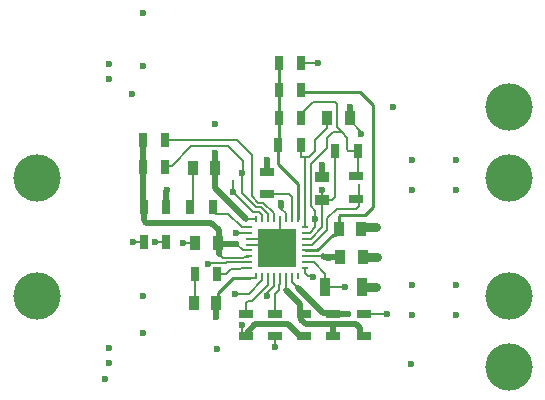
<source format=gbl>
G04*
G04 #@! TF.GenerationSoftware,Altium Limited,Altium Designer,23.3.1 (30)*
G04*
G04 Layer_Physical_Order=6*
G04 Layer_Color=16711680*
%FSLAX44Y44*%
%MOMM*%
G71*
G04*
G04 #@! TF.SameCoordinates,C8A1A2A4-FEEE-4BAA-8DF6-72F1B62B13C7*
G04*
G04*
G04 #@! TF.FilePolarity,Positive*
G04*
G01*
G75*
%ADD10C,0.2000*%
%ADD22C,0.5000*%
%ADD23C,4.0000*%
%ADD24C,0.6000*%
%ADD30R,3.3000X3.3000*%
%ADD31R,0.6000X0.2300*%
%ADD32R,0.2300X0.6000*%
%ADD33R,0.7000X1.3000*%
%ADD34R,1.3000X0.7000*%
%ADD35R,0.9000X1.3000*%
%ADD36R,1.3000X0.9000*%
%ADD37R,0.9000X1.6000*%
%ADD38C,0.2500*%
%ADD39C,0.7500*%
D10*
X150000Y246000D02*
X159500D01*
X292000Y281500D02*
Y290000D01*
X322533Y285000D02*
Y294967D01*
X286000Y265432D02*
Y272257D01*
Y258607D02*
Y265432D01*
X292000Y258172D02*
Y281500D01*
X296000Y266000D02*
X304000Y274000D01*
X283500Y243500D02*
X296000Y256000D01*
X282328Y248500D02*
X292000Y258172D01*
X296000Y256000D02*
Y266000D01*
X277500Y243500D02*
X283500D01*
X304000Y274000D02*
X320000D01*
X277500Y248500D02*
X282328D01*
X226500Y166000D02*
X227000D01*
X224000Y168500D02*
X226500Y166000D01*
X224000Y168500D02*
Y175000D01*
X224423Y304423D02*
Y314323D01*
X224000Y304000D02*
X224423Y304423D01*
X224000Y287101D02*
Y304000D01*
Y287101D02*
X236101Y275000D01*
X211746Y327000D02*
X224423Y314323D01*
X232665Y196150D02*
X245970Y209455D01*
Y217000D01*
X229291Y196150D02*
X232665D01*
X252000Y201621D02*
X255500Y205121D01*
X252000Y185000D02*
Y201621D01*
X255500Y205121D02*
Y209811D01*
X245000Y202343D02*
X251000Y208343D01*
X245000Y200000D02*
Y202343D01*
X277500Y258500D02*
Y318000D01*
X182000Y277000D02*
Y308500D01*
X180000Y275000D02*
X182000Y277000D01*
X277500Y233500D02*
X292500D01*
X292500Y233500D01*
X294500Y208000D02*
Y218500D01*
X277500Y228500D02*
X284500D01*
X294500Y218500D01*
X308481Y338519D02*
X312963Y334037D01*
X304000Y343000D02*
X308481Y338519D01*
X296000Y334000D02*
X300519Y338519D01*
X308481D01*
X282500Y311500D02*
X296000Y325000D01*
Y334000D01*
X282500Y275757D02*
Y311500D01*
Y275757D02*
X286000Y272257D01*
X266000Y265000D02*
Y284000D01*
X264000Y286000D02*
X266000Y284000D01*
X245000Y286000D02*
X264000D01*
X257000Y274000D02*
Y275000D01*
X261000Y265000D02*
Y270000D01*
X257000Y274000D02*
X261000Y270000D01*
X274000Y318000D02*
X277500D01*
X281000D01*
X277650Y253650D02*
X281043D01*
X286000Y258607D01*
X277500Y253500D02*
X277650Y253650D01*
X292000Y281500D02*
X300500D01*
X303000Y284000D02*
Y323000D01*
X300500Y281500D02*
X303000Y284000D01*
X312963Y324037D02*
Y334037D01*
X304000Y343000D02*
Y362828D01*
X302828Y364000D02*
X304000Y362828D01*
X322000Y303500D02*
Y323000D01*
X312963Y324037D02*
X314000Y323000D01*
X322000D01*
X320000Y301500D02*
X322000Y303500D01*
X286000Y364000D02*
X302828D01*
X285828Y364172D02*
X286000Y364000D01*
X284170Y364172D02*
X285828D01*
X274000Y354002D02*
X284170Y364172D01*
X274000Y351002D02*
Y354002D01*
X320033Y282500D02*
X322533Y285000D01*
X320000Y282500D02*
X320033D01*
X322533Y276533D02*
Y280000D01*
X320033Y282500D02*
X322533Y280000D01*
X320000Y274000D02*
X322533Y276533D01*
X330500Y185000D02*
X347000D01*
X266000Y212000D02*
X271000Y207000D01*
X266000Y212000D02*
Y217000D01*
X261000Y205000D02*
Y217000D01*
X294500Y207829D02*
X294671Y208000D01*
X219000Y253000D02*
X219500Y253500D01*
X229500D01*
X201500Y269767D02*
X212383D01*
X223650Y258500D02*
X229500D01*
X212383Y269767D02*
X223650Y258500D01*
X219000Y244000D02*
X224350Y238650D01*
X229350D02*
X229500Y238500D01*
X224350Y238650D02*
X229350D01*
X207500Y232500D02*
X225105D01*
X227120Y185119D02*
Y193978D01*
X229291Y196150D01*
X251000Y208343D02*
Y217000D01*
X256000Y210311D02*
Y217000D01*
X255500Y209811D02*
X256000Y210311D01*
X300232Y176596D02*
X300739Y176090D01*
X300672Y185329D02*
X301000Y185000D01*
X294671Y208000D02*
X311000D01*
X277500Y219300D02*
X280157Y216643D01*
X283357D01*
X284000Y216000D01*
X277500Y219300D02*
Y223500D01*
X218000Y202000D02*
X229393D01*
X240850Y213457D01*
X229500Y243500D02*
X238000D01*
X252000Y166000D02*
Y167500D01*
Y157000D02*
Y166000D01*
X229500Y248500D02*
X239000D01*
X195678Y228000D02*
X210000D01*
X210000Y228000D01*
X195159Y227481D02*
X195678Y228000D01*
X204328Y235672D02*
X207500Y232500D01*
X210000Y228000D02*
X210500Y228500D01*
X227850D01*
X210500Y218500D02*
X214500Y222500D01*
X203000Y218500D02*
X210500D01*
X214500Y222500D02*
X221989D01*
X222989Y223500D01*
X229500D01*
X227850Y228500D02*
X228000Y228350D01*
X228150Y228500D02*
X229500D01*
X228000Y228350D02*
X228150Y228500D01*
X225105Y232500D02*
X225955Y233350D01*
X220000Y332000D02*
X232234Y319766D01*
X159000Y332000D02*
X220000D01*
X164328Y310329D02*
X181000Y327000D01*
X211746D01*
X232234Y284523D02*
Y319766D01*
Y284523D02*
X237757Y279000D01*
X227000Y265000D02*
X236000D01*
X217000Y287000D02*
X233000Y271000D01*
X216000Y288000D02*
Y298267D01*
X199000Y272267D02*
X201500Y269767D01*
X199000Y272267D02*
Y275000D01*
X233000Y271000D02*
X238393D01*
X237757Y279000D02*
X241706D01*
X236101Y275000D02*
X240049D01*
X256000Y256000D02*
Y265000D01*
X238393Y271000D02*
X240850Y268543D01*
Y265150D02*
Y268543D01*
X240049Y275000D02*
X245850Y269200D01*
Y265150D02*
Y269200D01*
Y265150D02*
X246000Y265000D01*
X241706Y279000D02*
X250850Y269856D01*
Y265150D02*
Y269856D01*
X160329Y310329D02*
X164328D01*
X159000Y309000D02*
X160329Y310329D01*
X240850Y213457D02*
Y216850D01*
X241000Y217000D01*
X230809Y215000D02*
X235850D01*
X236000Y215150D01*
Y217000D01*
X250850Y265150D02*
X251000Y265000D01*
X240850Y265150D02*
X241000Y265000D01*
X225955Y233350D02*
X229350D01*
X229500Y233500D01*
X286000Y332328D02*
X296000Y342328D01*
X274000Y318000D02*
Y327500D01*
X273500Y328000D02*
X274000Y327500D01*
X325000Y337000D02*
Y339000D01*
X315000Y349000D02*
X325000Y339000D01*
X287995Y397005D02*
X288000Y397000D01*
X274000Y397005D02*
X287995D01*
X315000Y349000D02*
Y351000D01*
X325000Y257000D02*
X326000Y258000D01*
X174000Y245000D02*
X184500D01*
X296000Y342328D02*
Y351000D01*
X286000Y323000D02*
Y332328D01*
X281000Y318000D02*
X286000Y323000D01*
X296000Y351000D02*
X296000Y351000D01*
X183000Y193958D02*
X184000Y194958D01*
Y218500D01*
X132000Y246000D02*
X140500D01*
D22*
X203500Y245000D02*
X204500Y244000D01*
X218729D01*
X204328Y245000D02*
Y255672D01*
Y235672D02*
Y245000D01*
X203500D02*
X204328D01*
X263000Y176000D02*
X273000Y166000D01*
X234929Y176000D02*
X263000D01*
X273000Y166000D02*
X276000D01*
X228000Y167000D02*
Y169071D01*
X234929Y176000D01*
X227000Y166000D02*
X228000Y167000D01*
X315000Y350000D02*
Y360000D01*
X292000Y300500D02*
Y310500D01*
X245000Y305000D02*
Y315000D01*
X293309Y232691D02*
X297309D01*
X292500Y233500D02*
X293309Y232691D01*
X306691D02*
X307000Y233000D01*
X297691Y232691D02*
X306691D01*
X297500Y232500D02*
X297691Y232691D01*
X297309D02*
X297500Y232500D01*
X159500Y289229D02*
X160000Y289729D01*
Y290000D01*
X159500Y275000D02*
Y289229D01*
X140000Y275500D02*
Y332000D01*
X140500Y264240D02*
Y275000D01*
Y264240D02*
X142740Y262000D01*
X198000D02*
X204328Y255672D01*
X140000Y275500D02*
X140500Y275000D01*
X142740Y262000D02*
X198000D01*
X257000Y275000D02*
Y279000D01*
X313000Y185000D02*
X314000D01*
X313000Y185000D02*
X313000Y185000D01*
X301000Y185000D02*
X313000D01*
X271000Y207000D02*
X292672Y185329D01*
X300672D01*
X274197Y185000D02*
X276000D01*
X273197Y186000D02*
Y192803D01*
X261000Y205000D02*
X273197Y192803D01*
Y186000D02*
X274197Y185000D01*
X274000Y183000D02*
X276000Y185000D01*
X277910Y176090D02*
X300739D01*
X274000Y180000D02*
Y183000D01*
Y180000D02*
X277910Y176090D01*
X323554Y167000D02*
X324554Y166000D01*
X327000D01*
X323554Y167000D02*
Y173161D01*
X320625Y176090D02*
X323554Y173161D01*
X300910Y176090D02*
X320625D01*
X300910Y166090D02*
Y176090D01*
X202000Y182000D02*
Y193958D01*
X201000Y308500D02*
Y321000D01*
Y291000D02*
Y308500D01*
Y291000D02*
X227000Y265000D01*
D23*
X450000Y300000D02*
D03*
Y360000D02*
D03*
Y200000D02*
D03*
Y140000D02*
D03*
X50000Y300000D02*
D03*
Y200000D02*
D03*
D24*
X150000Y246000D02*
D03*
X292000Y290000D02*
D03*
X286000Y265432D02*
D03*
X224000Y175000D02*
D03*
Y304000D02*
D03*
X245000Y200000D02*
D03*
X315000Y360000D02*
D03*
X292000Y310500D02*
D03*
X245000Y315000D02*
D03*
X367500Y209000D02*
D03*
Y184000D02*
D03*
X405000Y209000D02*
D03*
Y184000D02*
D03*
Y290000D02*
D03*
Y315000D02*
D03*
X367500Y290000D02*
D03*
Y315000D02*
D03*
X140000Y395000D02*
D03*
X297500Y232500D02*
D03*
X160000Y290000D02*
D03*
X352000Y360000D02*
D03*
X257000Y279000D02*
D03*
X367000Y142000D02*
D03*
X314000Y185000D02*
D03*
X347000D02*
D03*
X219000Y253000D02*
D03*
Y244000D02*
D03*
X311000Y208000D02*
D03*
X284000Y216000D02*
D03*
X253500Y241000D02*
D03*
X266000Y253000D02*
D03*
X241000D02*
D03*
X242000Y229000D02*
D03*
X265000D02*
D03*
X108000Y130000D02*
D03*
X195159Y227481D02*
D03*
X131000Y371000D02*
D03*
X203000Y155000D02*
D03*
X202000Y182000D02*
D03*
X218000Y202000D02*
D03*
X201000Y345393D02*
D03*
Y321000D02*
D03*
X216000Y288000D02*
D03*
X140000Y169000D02*
D03*
X111175Y143475D02*
D03*
Y156175D02*
D03*
X139945Y199825D02*
D03*
Y439825D02*
D03*
X111175Y383475D02*
D03*
X111000Y396000D02*
D03*
X325000Y337000D02*
D03*
X288000Y397000D02*
D03*
X337000Y208000D02*
D03*
X338000Y233000D02*
D03*
X337000Y258000D02*
D03*
X252000Y157000D02*
D03*
X174000Y245000D02*
D03*
X132000Y246000D02*
D03*
D30*
X253500Y241000D02*
D03*
D31*
X277500Y258500D02*
D03*
Y253500D02*
D03*
Y248500D02*
D03*
Y243500D02*
D03*
Y238500D02*
D03*
Y233500D02*
D03*
Y228500D02*
D03*
Y223500D02*
D03*
X229500D02*
D03*
Y228500D02*
D03*
Y233500D02*
D03*
Y238500D02*
D03*
Y243500D02*
D03*
Y248500D02*
D03*
Y253500D02*
D03*
Y258500D02*
D03*
D32*
X271000Y217000D02*
D03*
X266000D02*
D03*
X261000D02*
D03*
X256000D02*
D03*
X251000D02*
D03*
X246000D02*
D03*
X241000D02*
D03*
X236000D02*
D03*
Y265000D02*
D03*
X241000D02*
D03*
X246000D02*
D03*
X251000D02*
D03*
X256000D02*
D03*
X261000D02*
D03*
X266000D02*
D03*
X271000D02*
D03*
D33*
X255000Y397005D02*
D03*
X274000D02*
D03*
Y374003D02*
D03*
X255000D02*
D03*
X274000Y351002D02*
D03*
X255000D02*
D03*
X254500Y328000D02*
D03*
X273500D02*
D03*
X322000Y323000D02*
D03*
X303000D02*
D03*
X203000Y218500D02*
D03*
X184000D02*
D03*
X180000Y275000D02*
D03*
X199000D02*
D03*
X159500Y246000D02*
D03*
X140500D02*
D03*
X159500Y275000D02*
D03*
X140500D02*
D03*
X140000Y309000D02*
D03*
X159000D02*
D03*
Y332000D02*
D03*
X140000D02*
D03*
D34*
X245000Y305000D02*
D03*
Y286000D02*
D03*
X320000Y301500D02*
D03*
Y282500D02*
D03*
X327000Y185000D02*
D03*
Y166000D02*
D03*
X301000Y166000D02*
D03*
Y185000D02*
D03*
X276000D02*
D03*
Y166000D02*
D03*
X252000D02*
D03*
Y185000D02*
D03*
X227000Y166000D02*
D03*
Y185000D02*
D03*
D35*
X315000Y351000D02*
D03*
X296000D02*
D03*
X325000Y257000D02*
D03*
X306000D02*
D03*
X307000Y233000D02*
D03*
X326000D02*
D03*
X202000Y193958D02*
D03*
X183000D02*
D03*
X203500Y245000D02*
D03*
X184500D02*
D03*
X182000Y308500D02*
D03*
X201000D02*
D03*
D36*
X292000Y281500D02*
D03*
Y300500D02*
D03*
D37*
X325500Y208000D02*
D03*
X294500D02*
D03*
D38*
X324000Y373000D02*
X335000Y362000D01*
Y275172D02*
Y362000D01*
X287500Y238500D02*
X300750Y251750D01*
X302750D01*
X306000Y255000D01*
X254500Y311500D02*
Y328000D01*
Y311500D02*
X271000Y295000D01*
Y265000D02*
Y295000D01*
X277500Y238500D02*
X287500D01*
X306000Y255000D02*
Y267328D01*
X328328Y268500D02*
X335000Y275172D01*
X306000Y267328D02*
X307172Y268500D01*
X328328D01*
X216000Y215000D02*
X230809D01*
X203743Y202743D02*
X216000Y215000D01*
X202000Y182000D02*
X202000Y182000D01*
X203743Y195700D02*
Y202743D01*
X202000Y193958D02*
X203743Y195700D01*
X255000Y328500D02*
Y351002D01*
Y374003D01*
X254500Y328000D02*
X255000Y328500D01*
X275003Y373000D02*
X324000D01*
X274000Y374003D02*
X275003Y373000D01*
X255000Y374003D02*
Y397005D01*
D39*
X326000Y258000D02*
X337000D01*
X326000Y233000D02*
X338000D01*
X325500Y208000D02*
X337000D01*
M02*

</source>
